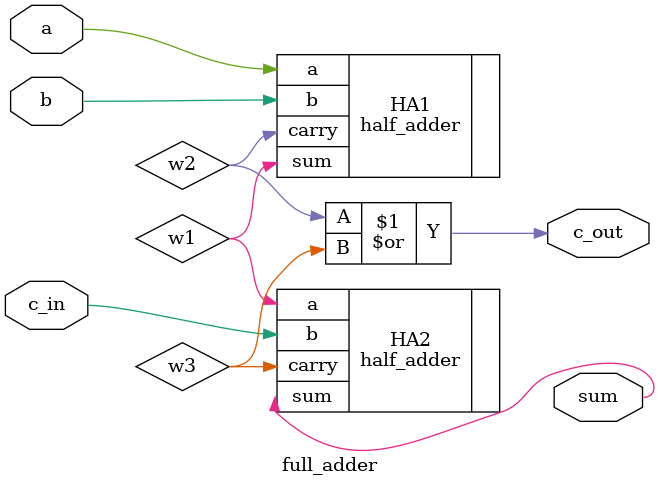
<source format=v>
/******************************************************************************************************************

This source code is a work of its author. No part of it should be copied and pasted for any commercial purpose. 
This code is purely for educational purposes. If required, this code can be cloned from GitHub repository.

Filename	: full_adder.v

Description	: Full Adder Design

Author Name	: Deep Kar Sarkar

Version		: 1.0

*******************************************************************************************************************/

module full_adder(a, b, c_in, sum, c_out);

	//Defining the input and output ports
	input a, b, c_in;
	output sum, c_out;

	//Defining the internal wires
	wire w1, w2, w3;

	//Instantiating the half adders using named-based port mapping
	half_adder HA1(.a(a), .b(b), .sum(w1), .carry(w2));
	half_adder HA2(.a(w1), .b(c_in), .sum(sum), .carry(w3));

	//Instantiating the OR gate
	or OR(c_out, w2, w3);

endmodule
</source>
